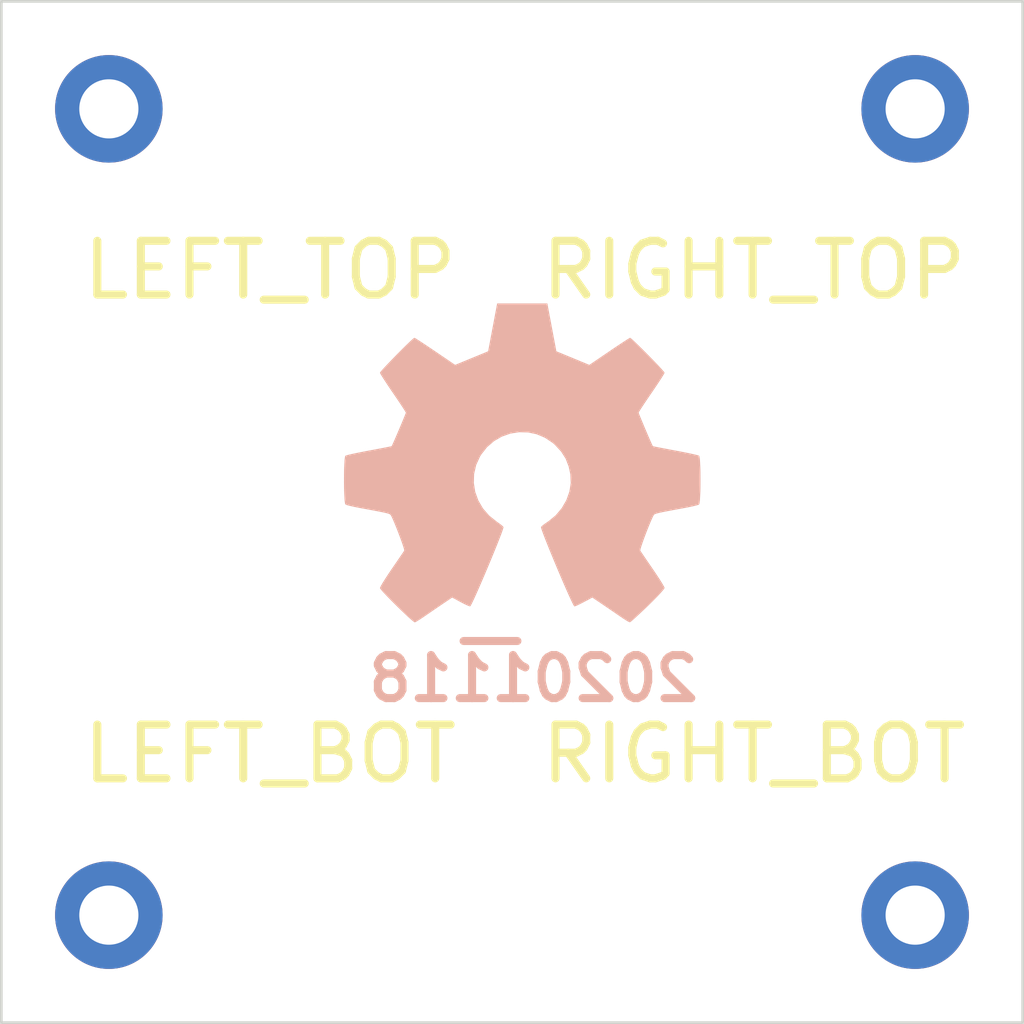
<source format=kicad_pcb>
(kicad_pcb (version 20171130) (host pcbnew 5.1.8-db9833491~87~ubuntu20.04.1)

  (general
    (thickness 1.6)
    (drawings 4)
    (tracks 0)
    (zones 0)
    (modules 6)
    (nets 2)
  )

  (page A4)
  (layers
    (0 F.Cu signal)
    (31 B.Cu signal)
    (32 B.Adhes user)
    (33 F.Adhes user)
    (34 B.Paste user)
    (35 F.Paste user)
    (36 B.SilkS user)
    (37 F.SilkS user)
    (38 B.Mask user)
    (39 F.Mask user)
    (40 Dwgs.User user)
    (41 Cmts.User user)
    (42 Eco1.User user)
    (43 Eco2.User user)
    (44 Edge.Cuts user)
    (45 Margin user)
    (46 B.CrtYd user)
    (47 F.CrtYd user)
    (48 B.Fab user)
    (49 F.Fab user)
  )

  (setup
    (last_trace_width 0.25)
    (user_trace_width 0.2)
    (user_trace_width 0.3)
    (user_trace_width 0.4)
    (user_trace_width 0.6)
    (user_trace_width 0.8)
    (user_trace_width 1)
    (user_trace_width 1.2)
    (user_trace_width 1.4)
    (user_trace_width 1.6)
    (user_trace_width 2)
    (trace_clearance 0.2)
    (zone_clearance 0.508)
    (zone_45_only no)
    (trace_min 0.1524)
    (via_size 0.8)
    (via_drill 0.4)
    (via_min_size 0.381)
    (via_min_drill 0.254)
    (user_via 0.4 0.254)
    (user_via 0.5 0.3)
    (user_via 0.6 0.4)
    (user_via 0.8 0.6)
    (user_via 1.1 0.8)
    (user_via 1.3 1)
    (user_via 1.5 1.2)
    (user_via 1.7 1.4)
    (user_via 1.9 1.6)
    (user_via 2.5 2)
    (uvia_size 0.3)
    (uvia_drill 0.1)
    (uvias_allowed no)
    (uvia_min_size 0.2)
    (uvia_min_drill 0.1)
    (edge_width 0.05)
    (segment_width 0.2)
    (pcb_text_width 0.3)
    (pcb_text_size 1.5 1.5)
    (mod_edge_width 0.12)
    (mod_text_size 0.8 0.8)
    (mod_text_width 0.12)
    (pad_size 1.524 1.524)
    (pad_drill 0.762)
    (pad_to_mask_clearance 0.0762)
    (solder_mask_min_width 0.1016)
    (pad_to_paste_clearance_ratio -0.1)
    (aux_axis_origin 0 0)
    (visible_elements FFFFFF7F)
    (pcbplotparams
      (layerselection 0x010fc_ffffffff)
      (usegerberextensions false)
      (usegerberattributes true)
      (usegerberadvancedattributes true)
      (creategerberjobfile true)
      (excludeedgelayer true)
      (linewidth 0.100000)
      (plotframeref false)
      (viasonmask false)
      (mode 1)
      (useauxorigin false)
      (hpglpennumber 1)
      (hpglpenspeed 20)
      (hpglpendiameter 15.000000)
      (psnegative false)
      (psa4output false)
      (plotreference true)
      (plotvalue true)
      (plotinvisibletext false)
      (padsonsilk false)
      (subtractmaskfromsilk false)
      (outputformat 1)
      (mirror false)
      (drillshape 1)
      (scaleselection 1)
      (outputdirectory ""))
  )

  (net 0 "")
  (net 1 "Net-(J1-Pad1)")

  (net_class Default "This is the default net class."
    (clearance 0.2)
    (trace_width 0.25)
    (via_dia 0.8)
    (via_drill 0.4)
    (uvia_dia 0.3)
    (uvia_drill 0.1)
    (add_net "Net-(J1-Pad1)")
  )

  (module mill-max:PC_pin_nail_head_6092 locked (layer F.Cu) (tedit 5FB583BD) (tstamp 5FB5E4C9)
    (at 157 78)
    (path /5FB5975F)
    (fp_text reference J4 (at -3 0) (layer F.Fab)
      (effects (font (size 1 1) (thickness 0.15)))
    )
    (fp_text value RIGHT_BOT (at -3 -3) (layer F.SilkS)
      (effects (font (size 1 1) (thickness 0.15)))
    )
    (fp_circle (center 0 0) (end 1.3 0) (layer F.CrtYd) (width 0.025))
    (fp_circle (center 0 0) (end 1.3 0) (layer B.CrtYd) (width 0.025))
    (pad 1 thru_hole circle (at 0 0) (size 2 2) (drill 1.1) (layers *.Cu *.Mask)
      (net 1 "Net-(J1-Pad1)"))
  )

  (module mill-max:PC_pin_nail_head_6092 locked (layer F.Cu) (tedit 5FB583BD) (tstamp 5FB5E4C2)
    (at 157 63)
    (path /5FB592C5)
    (fp_text reference J3 (at -3 0) (layer F.Fab)
      (effects (font (size 1 1) (thickness 0.15)))
    )
    (fp_text value RIGHT_TOP (at -3 3) (layer F.SilkS)
      (effects (font (size 1 1) (thickness 0.15)))
    )
    (fp_circle (center 0 0) (end 1.3 0) (layer F.CrtYd) (width 0.025))
    (fp_circle (center 0 0) (end 1.3 0) (layer B.CrtYd) (width 0.025))
    (pad 1 thru_hole circle (at 0 0) (size 2 2) (drill 1.1) (layers *.Cu *.Mask)
      (net 1 "Net-(J1-Pad1)"))
  )

  (module mill-max:PC_pin_nail_head_6092 locked (layer F.Cu) (tedit 5FB583BD) (tstamp 5FB5E4BB)
    (at 142 78)
    (path /5FB58352)
    (fp_text reference J2 (at 3 0) (layer F.Fab)
      (effects (font (size 1 1) (thickness 0.15)))
    )
    (fp_text value LEFT_BOT (at 3 -3) (layer F.SilkS)
      (effects (font (size 1 1) (thickness 0.15)))
    )
    (fp_circle (center 0 0) (end 1.3 0) (layer F.CrtYd) (width 0.025))
    (fp_circle (center 0 0) (end 1.3 0) (layer B.CrtYd) (width 0.025))
    (pad 1 thru_hole circle (at 0 0) (size 2 2) (drill 1.1) (layers *.Cu *.Mask)
      (net 1 "Net-(J1-Pad1)"))
  )

  (module mill-max:PC_pin_nail_head_6092 locked (layer F.Cu) (tedit 5FB583BD) (tstamp 5FB5E4B4)
    (at 142 63)
    (path /5FB58B49)
    (fp_text reference J1 (at 3 0) (layer F.Fab)
      (effects (font (size 1 1) (thickness 0.15)))
    )
    (fp_text value LEFT_TOP (at 3 3) (layer F.SilkS)
      (effects (font (size 1 1) (thickness 0.15)))
    )
    (fp_circle (center 0 0) (end 1.3 0) (layer F.CrtYd) (width 0.025))
    (fp_circle (center 0 0) (end 1.3 0) (layer B.CrtYd) (width 0.025))
    (pad 1 thru_hole circle (at 0 0) (size 2 2) (drill 1.1) (layers *.Cu *.Mask)
      (net 1 "Net-(J1-Pad1)"))
  )

  (module Symbol:OSHW-Symbol_6.7x6mm_SilkScreen (layer B.Cu) (tedit 0) (tstamp 5EE12086)
    (at 149.7 69.6 180)
    (descr "Open Source Hardware Symbol")
    (tags "Logo Symbol OSHW")
    (path /5EE13678)
    (attr virtual)
    (fp_text reference N2 (at 0 0) (layer B.SilkS) hide
      (effects (font (size 1 1) (thickness 0.15)) (justify mirror))
    )
    (fp_text value OHWLOGO (at 0.75 0) (layer B.Fab) hide
      (effects (font (size 1 1) (thickness 0.15)) (justify mirror))
    )
    (fp_poly (pts (xy 0.555814 2.531069) (xy 0.639635 2.086445) (xy 0.94892 1.958947) (xy 1.258206 1.831449)
      (xy 1.629246 2.083754) (xy 1.733157 2.154004) (xy 1.827087 2.216728) (xy 1.906652 2.269062)
      (xy 1.96747 2.308143) (xy 2.005157 2.331107) (xy 2.015421 2.336058) (xy 2.03391 2.323324)
      (xy 2.07342 2.288118) (xy 2.129522 2.234938) (xy 2.197787 2.168282) (xy 2.273786 2.092646)
      (xy 2.353092 2.012528) (xy 2.431275 1.932426) (xy 2.503907 1.856836) (xy 2.566559 1.790255)
      (xy 2.614803 1.737182) (xy 2.64421 1.702113) (xy 2.651241 1.690377) (xy 2.641123 1.66874)
      (xy 2.612759 1.621338) (xy 2.569129 1.552807) (xy 2.513218 1.467785) (xy 2.448006 1.370907)
      (xy 2.410219 1.31565) (xy 2.341343 1.214752) (xy 2.28014 1.123701) (xy 2.229578 1.04703)
      (xy 2.192628 0.989272) (xy 2.172258 0.954957) (xy 2.169197 0.947746) (xy 2.176136 0.927252)
      (xy 2.195051 0.879487) (xy 2.223087 0.811168) (xy 2.257391 0.729011) (xy 2.295109 0.63973)
      (xy 2.333387 0.550042) (xy 2.36937 0.466662) (xy 2.400206 0.396306) (xy 2.423039 0.34569)
      (xy 2.435017 0.321529) (xy 2.435724 0.320578) (xy 2.454531 0.315964) (xy 2.504618 0.305672)
      (xy 2.580793 0.290713) (xy 2.677865 0.272099) (xy 2.790643 0.250841) (xy 2.856442 0.238582)
      (xy 2.97695 0.215638) (xy 3.085797 0.193805) (xy 3.177476 0.174278) (xy 3.246481 0.158252)
      (xy 3.287304 0.146921) (xy 3.295511 0.143326) (xy 3.303548 0.118994) (xy 3.310033 0.064041)
      (xy 3.31497 -0.015108) (xy 3.318364 -0.112026) (xy 3.320218 -0.220287) (xy 3.320538 -0.333465)
      (xy 3.319327 -0.445135) (xy 3.31659 -0.548868) (xy 3.312331 -0.638241) (xy 3.306555 -0.706826)
      (xy 3.299267 -0.748197) (xy 3.294895 -0.75681) (xy 3.268764 -0.767133) (xy 3.213393 -0.781892)
      (xy 3.136107 -0.799352) (xy 3.04423 -0.81778) (xy 3.012158 -0.823741) (xy 2.857524 -0.852066)
      (xy 2.735375 -0.874876) (xy 2.641673 -0.89308) (xy 2.572384 -0.907583) (xy 2.523471 -0.919292)
      (xy 2.490897 -0.929115) (xy 2.470628 -0.937956) (xy 2.458626 -0.946724) (xy 2.456947 -0.948457)
      (xy 2.440184 -0.976371) (xy 2.414614 -1.030695) (xy 2.382788 -1.104777) (xy 2.34726 -1.191965)
      (xy 2.310583 -1.285608) (xy 2.275311 -1.379052) (xy 2.243996 -1.465647) (xy 2.219193 -1.53874)
      (xy 2.203454 -1.591678) (xy 2.199332 -1.617811) (xy 2.199676 -1.618726) (xy 2.213641 -1.640086)
      (xy 2.245322 -1.687084) (xy 2.291391 -1.754827) (xy 2.348518 -1.838423) (xy 2.413373 -1.932982)
      (xy 2.431843 -1.959854) (xy 2.497699 -2.057275) (xy 2.55565 -2.146163) (xy 2.602538 -2.221412)
      (xy 2.635207 -2.27792) (xy 2.6505 -2.310581) (xy 2.651241 -2.314593) (xy 2.638392 -2.335684)
      (xy 2.602888 -2.377464) (xy 2.549293 -2.435445) (xy 2.482171 -2.505135) (xy 2.406087 -2.582045)
      (xy 2.325604 -2.661683) (xy 2.245287 -2.739561) (xy 2.169699 -2.811186) (xy 2.103405 -2.87207)
      (xy 2.050969 -2.917721) (xy 2.016955 -2.94365) (xy 2.007545 -2.947883) (xy 1.985643 -2.937912)
      (xy 1.9408 -2.91102) (xy 1.880321 -2.871736) (xy 1.833789 -2.840117) (xy 1.749475 -2.782098)
      (xy 1.649626 -2.713784) (xy 1.549473 -2.645579) (xy 1.495627 -2.609075) (xy 1.313371 -2.4858)
      (xy 1.160381 -2.56852) (xy 1.090682 -2.604759) (xy 1.031414 -2.632926) (xy 0.991311 -2.648991)
      (xy 0.981103 -2.651226) (xy 0.968829 -2.634722) (xy 0.944613 -2.588082) (xy 0.910263 -2.515609)
      (xy 0.867588 -2.421606) (xy 0.818394 -2.310374) (xy 0.76449 -2.186215) (xy 0.707684 -2.053432)
      (xy 0.649782 -1.916327) (xy 0.592593 -1.779202) (xy 0.537924 -1.646358) (xy 0.487584 -1.522098)
      (xy 0.44338 -1.410725) (xy 0.407119 -1.316539) (xy 0.380609 -1.243844) (xy 0.365658 -1.196941)
      (xy 0.363254 -1.180833) (xy 0.382311 -1.160286) (xy 0.424036 -1.126933) (xy 0.479706 -1.087702)
      (xy 0.484378 -1.084599) (xy 0.628264 -0.969423) (xy 0.744283 -0.835053) (xy 0.83143 -0.685784)
      (xy 0.888699 -0.525913) (xy 0.915086 -0.359737) (xy 0.909585 -0.191552) (xy 0.87119 -0.025655)
      (xy 0.798895 0.133658) (xy 0.777626 0.168513) (xy 0.666996 0.309263) (xy 0.536302 0.422286)
      (xy 0.390064 0.506997) (xy 0.232808 0.562806) (xy 0.069057 0.589126) (xy -0.096667 0.58537)
      (xy -0.259838 0.55095) (xy -0.415935 0.485277) (xy -0.560433 0.387765) (xy -0.605131 0.348187)
      (xy -0.718888 0.224297) (xy -0.801782 0.093876) (xy -0.858644 -0.052315) (xy -0.890313 -0.197088)
      (xy -0.898131 -0.35986) (xy -0.872062 -0.52344) (xy -0.814755 -0.682298) (xy -0.728856 -0.830906)
      (xy -0.617014 -0.963735) (xy -0.481877 -1.075256) (xy -0.464117 -1.087011) (xy -0.40785 -1.125508)
      (xy -0.365077 -1.158863) (xy -0.344628 -1.18016) (xy -0.344331 -1.180833) (xy -0.348721 -1.203871)
      (xy -0.366124 -1.256157) (xy -0.394732 -1.33339) (xy -0.432735 -1.431268) (xy -0.478326 -1.545491)
      (xy -0.529697 -1.671758) (xy -0.585038 -1.805767) (xy -0.642542 -1.943218) (xy -0.700399 -2.079808)
      (xy -0.756802 -2.211237) (xy -0.809942 -2.333205) (xy -0.85801 -2.441409) (xy -0.899199 -2.531549)
      (xy -0.931699 -2.599323) (xy -0.953703 -2.64043) (xy -0.962564 -2.651226) (xy -0.98964 -2.642819)
      (xy -1.040303 -2.620272) (xy -1.105817 -2.587613) (xy -1.141841 -2.56852) (xy -1.294832 -2.4858)
      (xy -1.477088 -2.609075) (xy -1.570125 -2.672228) (xy -1.671985 -2.741727) (xy -1.767438 -2.807165)
      (xy -1.81525 -2.840117) (xy -1.882495 -2.885273) (xy -1.939436 -2.921057) (xy -1.978646 -2.942938)
      (xy -1.991381 -2.947563) (xy -2.009917 -2.935085) (xy -2.050941 -2.900252) (xy -2.110475 -2.846678)
      (xy -2.184542 -2.777983) (xy -2.269165 -2.697781) (xy -2.322685 -2.646286) (xy -2.416319 -2.554286)
      (xy -2.497241 -2.471999) (xy -2.562177 -2.402945) (xy -2.607858 -2.350644) (xy -2.631011 -2.318616)
      (xy -2.633232 -2.312116) (xy -2.622924 -2.287394) (xy -2.594439 -2.237405) (xy -2.550937 -2.167212)
      (xy -2.495577 -2.081875) (xy -2.43152 -1.986456) (xy -2.413303 -1.959854) (xy -2.346927 -1.863167)
      (xy -2.287378 -1.776117) (xy -2.237984 -1.703595) (xy -2.202075 -1.650493) (xy -2.182981 -1.621703)
      (xy -2.181136 -1.618726) (xy -2.183895 -1.595782) (xy -2.198538 -1.545336) (xy -2.222513 -1.474041)
      (xy -2.253266 -1.388547) (xy -2.288244 -1.295507) (xy -2.324893 -1.201574) (xy -2.360661 -1.113399)
      (xy -2.392994 -1.037634) (xy -2.419338 -0.980931) (xy -2.437142 -0.949943) (xy -2.438407 -0.948457)
      (xy -2.449294 -0.939601) (xy -2.467682 -0.930843) (xy -2.497606 -0.921277) (xy -2.543103 -0.909996)
      (xy -2.608209 -0.896093) (xy -2.696961 -0.878663) (xy -2.813393 -0.856798) (xy -2.961542 -0.829591)
      (xy -2.993618 -0.823741) (xy -3.088686 -0.805374) (xy -3.171565 -0.787405) (xy -3.23493 -0.771569)
      (xy -3.271458 -0.7596) (xy -3.276356 -0.75681) (xy -3.284427 -0.732072) (xy -3.290987 -0.67679)
      (xy -3.296033 -0.597389) (xy -3.299559 -0.500296) (xy -3.301561 -0.391938) (xy -3.302036 -0.27874)
      (xy -3.300977 -0.167128) (xy -3.298382 -0.063529) (xy -3.294246 0.025632) (xy -3.288563 0.093928)
      (xy -3.281331 0.134934) (xy -3.276971 0.143326) (xy -3.252698 0.151792) (xy -3.197426 0.165565)
      (xy -3.116662 0.18345) (xy -3.015912 0.204252) (xy -2.900683 0.226777) (xy -2.837902 0.238582)
      (xy -2.718787 0.260849) (xy -2.612565 0.281021) (xy -2.524427 0.298085) (xy -2.459566 0.311031)
      (xy -2.423174 0.318845) (xy -2.417184 0.320578) (xy -2.407061 0.34011) (xy -2.385662 0.387157)
      (xy -2.355839 0.454997) (xy -2.320445 0.536909) (xy -2.282332 0.626172) (xy -2.244353 0.716065)
      (xy -2.20936 0.799865) (xy -2.180206 0.870853) (xy -2.159743 0.922306) (xy -2.150823 0.947503)
      (xy -2.150657 0.948604) (xy -2.160769 0.968481) (xy -2.189117 1.014223) (xy -2.232723 1.081283)
      (xy -2.288606 1.165116) (xy -2.353787 1.261174) (xy -2.391679 1.31635) (xy -2.460725 1.417519)
      (xy -2.52205 1.50937) (xy -2.572663 1.587256) (xy -2.609571 1.646531) (xy -2.629782 1.682549)
      (xy -2.632701 1.690623) (xy -2.620153 1.709416) (xy -2.585463 1.749543) (xy -2.533063 1.806507)
      (xy -2.467384 1.875815) (xy -2.392856 1.952969) (xy -2.313913 2.033475) (xy -2.234983 2.112837)
      (xy -2.1605 2.18656) (xy -2.094894 2.250148) (xy -2.042596 2.299106) (xy -2.008039 2.328939)
      (xy -1.996478 2.336058) (xy -1.977654 2.326047) (xy -1.932631 2.297922) (xy -1.865787 2.254546)
      (xy -1.781499 2.198782) (xy -1.684144 2.133494) (xy -1.610707 2.083754) (xy -1.239667 1.831449)
      (xy -0.621095 2.086445) (xy -0.537275 2.531069) (xy -0.453454 2.975693) (xy 0.471994 2.975693)
      (xy 0.555814 2.531069)) (layer B.SilkS) (width 0.01))
  )

  (module SquantorLabels:Label_Generic (layer B.Cu) (tedit 5D8A7D4C) (tstamp 5EE12051)
    (at 149.1 73.5)
    (descr "Label for general purpose use")
    (tags Label)
    (path /5EE12BF3)
    (attr smd)
    (fp_text reference N1 (at 0 -1.85) (layer B.Fab) hide
      (effects (font (size 1 1) (thickness 0.15)) (justify mirror))
    )
    (fp_text value 20201118 (at 0.8 0.1) (layer B.SilkS)
      (effects (font (size 0.8 0.8) (thickness 0.15)) (justify mirror))
    )
    (fp_line (start -0.5 -0.6) (end 0.5 -0.6) (layer B.SilkS) (width 0.15))
  )

  (gr_line (start 159 61) (end 140 61) (layer Edge.Cuts) (width 0.05) (tstamp 5FB5E506))
  (gr_line (start 159 61) (end 159 80) (layer Edge.Cuts) (width 0.05) (tstamp 5FB5E4FA))
  (gr_line (start 140 80) (end 159 80) (layer Edge.Cuts) (width 0.05) (tstamp 5FB5E4F5))
  (gr_line (start 140 80) (end 140 61) (layer Edge.Cuts) (width 0.05))

)

</source>
